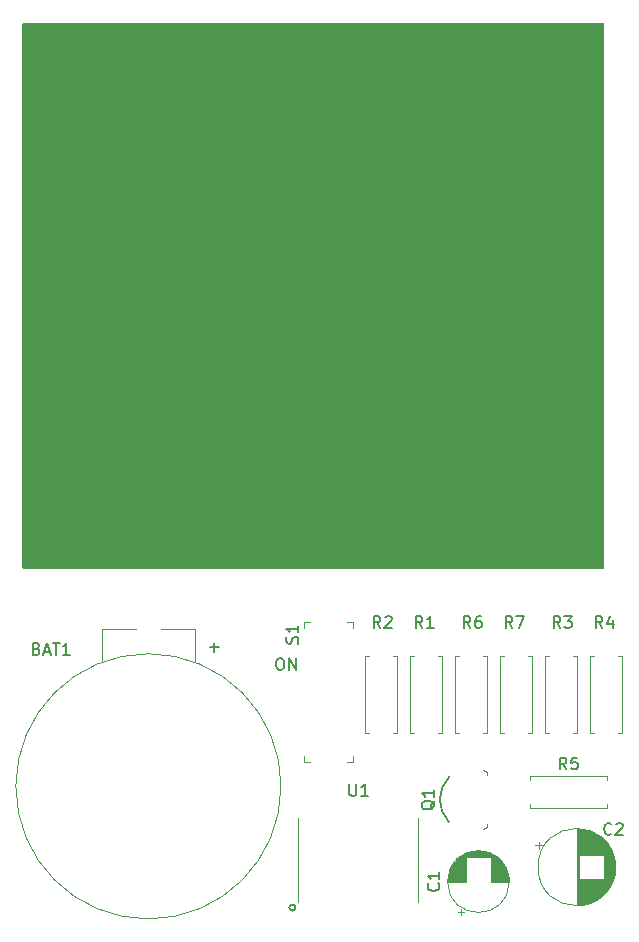
<source format=gto>
%TF.GenerationSoftware,KiCad,Pcbnew,(6.0.2-0)*%
%TF.CreationDate,2022-03-13T17:03:43-04:00*%
%TF.ProjectId,555_Badge,3535355f-4261-4646-9765-2e6b69636164,V01*%
%TF.SameCoordinates,Original*%
%TF.FileFunction,Legend,Top*%
%TF.FilePolarity,Positive*%
%FSLAX46Y46*%
G04 Gerber Fmt 4.6, Leading zero omitted, Abs format (unit mm)*
G04 Created by KiCad (PCBNEW (6.0.2-0)) date 2022-03-13 17:03:43*
%MOMM*%
%LPD*%
G01*
G04 APERTURE LIST*
%ADD10C,0.150000*%
%ADD11C,0.100000*%
%ADD12C,0.120000*%
%ADD13C,0.203200*%
G04 APERTURE END LIST*
D10*
X150764952Y-103592380D02*
X150955428Y-103592380D01*
X151050666Y-103640000D01*
X151145904Y-103735238D01*
X151193523Y-103925714D01*
X151193523Y-104259047D01*
X151145904Y-104449523D01*
X151050666Y-104544761D01*
X150955428Y-104592380D01*
X150764952Y-104592380D01*
X150669714Y-104544761D01*
X150574476Y-104449523D01*
X150526857Y-104259047D01*
X150526857Y-103925714D01*
X150574476Y-103735238D01*
X150669714Y-103640000D01*
X150764952Y-103592380D01*
X151622095Y-104592380D02*
X151622095Y-103592380D01*
X152193523Y-104592380D01*
X152193523Y-103592380D01*
X144907047Y-102687428D02*
X145668952Y-102687428D01*
X145288000Y-103068380D02*
X145288000Y-102306476D01*
%TO.C,BAT1*%
X130230714Y-102798571D02*
X130373571Y-102846190D01*
X130421190Y-102893809D01*
X130468809Y-102989047D01*
X130468809Y-103131904D01*
X130421190Y-103227142D01*
X130373571Y-103274761D01*
X130278333Y-103322380D01*
X129897380Y-103322380D01*
X129897380Y-102322380D01*
X130230714Y-102322380D01*
X130325952Y-102370000D01*
X130373571Y-102417619D01*
X130421190Y-102512857D01*
X130421190Y-102608095D01*
X130373571Y-102703333D01*
X130325952Y-102750952D01*
X130230714Y-102798571D01*
X129897380Y-102798571D01*
X130849761Y-103036666D02*
X131325952Y-103036666D01*
X130754523Y-103322380D02*
X131087857Y-102322380D01*
X131421190Y-103322380D01*
X131611666Y-102322380D02*
X132183095Y-102322380D01*
X131897380Y-103322380D02*
X131897380Y-102322380D01*
X133040238Y-103322380D02*
X132468809Y-103322380D01*
X132754523Y-103322380D02*
X132754523Y-102322380D01*
X132659285Y-102465238D01*
X132564047Y-102560476D01*
X132468809Y-102608095D01*
%TO.C,U1*%
X156718095Y-114260380D02*
X156718095Y-115069904D01*
X156765714Y-115165142D01*
X156813333Y-115212761D01*
X156908571Y-115260380D01*
X157099047Y-115260380D01*
X157194285Y-115212761D01*
X157241904Y-115165142D01*
X157289523Y-115069904D01*
X157289523Y-114260380D01*
X158289523Y-115260380D02*
X157718095Y-115260380D01*
X158003809Y-115260380D02*
X158003809Y-114260380D01*
X157908571Y-114403238D01*
X157813333Y-114498476D01*
X157718095Y-114546095D01*
%TO.C,S1*%
X152324761Y-102361904D02*
X152372380Y-102219047D01*
X152372380Y-101980952D01*
X152324761Y-101885714D01*
X152277142Y-101838095D01*
X152181904Y-101790476D01*
X152086666Y-101790476D01*
X151991428Y-101838095D01*
X151943809Y-101885714D01*
X151896190Y-101980952D01*
X151848571Y-102171428D01*
X151800952Y-102266666D01*
X151753333Y-102314285D01*
X151658095Y-102361904D01*
X151562857Y-102361904D01*
X151467619Y-102314285D01*
X151420000Y-102266666D01*
X151372380Y-102171428D01*
X151372380Y-101933333D01*
X151420000Y-101790476D01*
X152372380Y-100838095D02*
X152372380Y-101409523D01*
X152372380Y-101123809D02*
X151372380Y-101123809D01*
X151515238Y-101219047D01*
X151610476Y-101314285D01*
X151658095Y-101409523D01*
%TO.C,R7*%
X170521333Y-101036380D02*
X170188000Y-100560190D01*
X169949904Y-101036380D02*
X169949904Y-100036380D01*
X170330857Y-100036380D01*
X170426095Y-100084000D01*
X170473714Y-100131619D01*
X170521333Y-100226857D01*
X170521333Y-100369714D01*
X170473714Y-100464952D01*
X170426095Y-100512571D01*
X170330857Y-100560190D01*
X169949904Y-100560190D01*
X170854666Y-100036380D02*
X171521333Y-100036380D01*
X171092761Y-101036380D01*
%TO.C,R6*%
X166965333Y-101036380D02*
X166632000Y-100560190D01*
X166393904Y-101036380D02*
X166393904Y-100036380D01*
X166774857Y-100036380D01*
X166870095Y-100084000D01*
X166917714Y-100131619D01*
X166965333Y-100226857D01*
X166965333Y-100369714D01*
X166917714Y-100464952D01*
X166870095Y-100512571D01*
X166774857Y-100560190D01*
X166393904Y-100560190D01*
X167822476Y-100036380D02*
X167632000Y-100036380D01*
X167536761Y-100084000D01*
X167489142Y-100131619D01*
X167393904Y-100274476D01*
X167346285Y-100464952D01*
X167346285Y-100845904D01*
X167393904Y-100941142D01*
X167441523Y-100988761D01*
X167536761Y-101036380D01*
X167727238Y-101036380D01*
X167822476Y-100988761D01*
X167870095Y-100941142D01*
X167917714Y-100845904D01*
X167917714Y-100607809D01*
X167870095Y-100512571D01*
X167822476Y-100464952D01*
X167727238Y-100417333D01*
X167536761Y-100417333D01*
X167441523Y-100464952D01*
X167393904Y-100512571D01*
X167346285Y-100607809D01*
%TO.C,R5*%
X175093333Y-113017380D02*
X174760000Y-112541190D01*
X174521904Y-113017380D02*
X174521904Y-112017380D01*
X174902857Y-112017380D01*
X174998095Y-112065000D01*
X175045714Y-112112619D01*
X175093333Y-112207857D01*
X175093333Y-112350714D01*
X175045714Y-112445952D01*
X174998095Y-112493571D01*
X174902857Y-112541190D01*
X174521904Y-112541190D01*
X175998095Y-112017380D02*
X175521904Y-112017380D01*
X175474285Y-112493571D01*
X175521904Y-112445952D01*
X175617142Y-112398333D01*
X175855238Y-112398333D01*
X175950476Y-112445952D01*
X175998095Y-112493571D01*
X176045714Y-112588809D01*
X176045714Y-112826904D01*
X175998095Y-112922142D01*
X175950476Y-112969761D01*
X175855238Y-113017380D01*
X175617142Y-113017380D01*
X175521904Y-112969761D01*
X175474285Y-112922142D01*
%TO.C,R4*%
X178141333Y-101036380D02*
X177808000Y-100560190D01*
X177569904Y-101036380D02*
X177569904Y-100036380D01*
X177950857Y-100036380D01*
X178046095Y-100084000D01*
X178093714Y-100131619D01*
X178141333Y-100226857D01*
X178141333Y-100369714D01*
X178093714Y-100464952D01*
X178046095Y-100512571D01*
X177950857Y-100560190D01*
X177569904Y-100560190D01*
X178998476Y-100369714D02*
X178998476Y-101036380D01*
X178760380Y-99988761D02*
X178522285Y-100703047D01*
X179141333Y-100703047D01*
%TO.C,R3*%
X174585333Y-101036380D02*
X174252000Y-100560190D01*
X174013904Y-101036380D02*
X174013904Y-100036380D01*
X174394857Y-100036380D01*
X174490095Y-100084000D01*
X174537714Y-100131619D01*
X174585333Y-100226857D01*
X174585333Y-100369714D01*
X174537714Y-100464952D01*
X174490095Y-100512571D01*
X174394857Y-100560190D01*
X174013904Y-100560190D01*
X174918666Y-100036380D02*
X175537714Y-100036380D01*
X175204380Y-100417333D01*
X175347238Y-100417333D01*
X175442476Y-100464952D01*
X175490095Y-100512571D01*
X175537714Y-100607809D01*
X175537714Y-100845904D01*
X175490095Y-100941142D01*
X175442476Y-100988761D01*
X175347238Y-101036380D01*
X175061523Y-101036380D01*
X174966285Y-100988761D01*
X174918666Y-100941142D01*
%TO.C,R2*%
X159345333Y-101036380D02*
X159012000Y-100560190D01*
X158773904Y-101036380D02*
X158773904Y-100036380D01*
X159154857Y-100036380D01*
X159250095Y-100084000D01*
X159297714Y-100131619D01*
X159345333Y-100226857D01*
X159345333Y-100369714D01*
X159297714Y-100464952D01*
X159250095Y-100512571D01*
X159154857Y-100560190D01*
X158773904Y-100560190D01*
X159726285Y-100131619D02*
X159773904Y-100084000D01*
X159869142Y-100036380D01*
X160107238Y-100036380D01*
X160202476Y-100084000D01*
X160250095Y-100131619D01*
X160297714Y-100226857D01*
X160297714Y-100322095D01*
X160250095Y-100464952D01*
X159678666Y-101036380D01*
X160297714Y-101036380D01*
%TO.C,R1*%
X162901333Y-101036380D02*
X162568000Y-100560190D01*
X162329904Y-101036380D02*
X162329904Y-100036380D01*
X162710857Y-100036380D01*
X162806095Y-100084000D01*
X162853714Y-100131619D01*
X162901333Y-100226857D01*
X162901333Y-100369714D01*
X162853714Y-100464952D01*
X162806095Y-100512571D01*
X162710857Y-100560190D01*
X162329904Y-100560190D01*
X163853714Y-101036380D02*
X163282285Y-101036380D01*
X163568000Y-101036380D02*
X163568000Y-100036380D01*
X163472761Y-100179238D01*
X163377523Y-100274476D01*
X163282285Y-100322095D01*
%TO.C,Q1*%
X163942619Y-115665238D02*
X163895000Y-115760476D01*
X163799761Y-115855714D01*
X163656904Y-115998571D01*
X163609285Y-116093809D01*
X163609285Y-116189047D01*
X163847380Y-116141428D02*
X163799761Y-116236666D01*
X163704523Y-116331904D01*
X163514047Y-116379523D01*
X163180714Y-116379523D01*
X162990238Y-116331904D01*
X162895000Y-116236666D01*
X162847380Y-116141428D01*
X162847380Y-115950952D01*
X162895000Y-115855714D01*
X162990238Y-115760476D01*
X163180714Y-115712857D01*
X163514047Y-115712857D01*
X163704523Y-115760476D01*
X163799761Y-115855714D01*
X163847380Y-115950952D01*
X163847380Y-116141428D01*
X163847380Y-114760476D02*
X163847380Y-115331904D01*
X163847380Y-115046190D02*
X162847380Y-115046190D01*
X162990238Y-115141428D01*
X163085476Y-115236666D01*
X163133095Y-115331904D01*
%TO.C,D2*%
X161181904Y-60357380D02*
X161181904Y-59357380D01*
X161420000Y-59357380D01*
X161562857Y-59405000D01*
X161658095Y-59500238D01*
X161705714Y-59595476D01*
X161753333Y-59785952D01*
X161753333Y-59928809D01*
X161705714Y-60119285D01*
X161658095Y-60214523D01*
X161562857Y-60309761D01*
X161420000Y-60357380D01*
X161181904Y-60357380D01*
X162134285Y-59452619D02*
X162181904Y-59405000D01*
X162277142Y-59357380D01*
X162515238Y-59357380D01*
X162610476Y-59405000D01*
X162658095Y-59452619D01*
X162705714Y-59547857D01*
X162705714Y-59643095D01*
X162658095Y-59785952D01*
X162086666Y-60357380D01*
X162705714Y-60357380D01*
%TO.C,D1*%
X145311904Y-60357380D02*
X145311904Y-59357380D01*
X145550000Y-59357380D01*
X145692857Y-59405000D01*
X145788095Y-59500238D01*
X145835714Y-59595476D01*
X145883333Y-59785952D01*
X145883333Y-59928809D01*
X145835714Y-60119285D01*
X145788095Y-60214523D01*
X145692857Y-60309761D01*
X145550000Y-60357380D01*
X145311904Y-60357380D01*
X146835714Y-60357380D02*
X146264285Y-60357380D01*
X146550000Y-60357380D02*
X146550000Y-59357380D01*
X146454761Y-59500238D01*
X146359523Y-59595476D01*
X146264285Y-59643095D01*
%TO.C,C2*%
X178903333Y-118467142D02*
X178855714Y-118514761D01*
X178712857Y-118562380D01*
X178617619Y-118562380D01*
X178474761Y-118514761D01*
X178379523Y-118419523D01*
X178331904Y-118324285D01*
X178284285Y-118133809D01*
X178284285Y-117990952D01*
X178331904Y-117800476D01*
X178379523Y-117705238D01*
X178474761Y-117610000D01*
X178617619Y-117562380D01*
X178712857Y-117562380D01*
X178855714Y-117610000D01*
X178903333Y-117657619D01*
X179284285Y-117657619D02*
X179331904Y-117610000D01*
X179427142Y-117562380D01*
X179665238Y-117562380D01*
X179760476Y-117610000D01*
X179808095Y-117657619D01*
X179855714Y-117752857D01*
X179855714Y-117848095D01*
X179808095Y-117990952D01*
X179236666Y-118562380D01*
X179855714Y-118562380D01*
%TO.C,C1*%
X164247142Y-122676779D02*
X164294761Y-122724398D01*
X164342380Y-122867255D01*
X164342380Y-122962493D01*
X164294761Y-123105351D01*
X164199523Y-123200589D01*
X164104285Y-123248208D01*
X163913809Y-123295827D01*
X163770952Y-123295827D01*
X163580476Y-123248208D01*
X163485238Y-123200589D01*
X163390000Y-123105351D01*
X163342380Y-122962493D01*
X163342380Y-122867255D01*
X163390000Y-122724398D01*
X163437619Y-122676779D01*
X164342380Y-121724398D02*
X164342380Y-122295827D01*
X164342380Y-122010113D02*
X163342380Y-122010113D01*
X163485238Y-122105351D01*
X163580476Y-122200589D01*
X163628095Y-122295827D01*
D11*
%TO.C,BAT1*%
X150926800Y-114452400D02*
G75*
G03*
X150926800Y-114452400I-11226800J0D01*
G01*
X135788400Y-103886000D02*
X135788400Y-101142800D01*
X143611600Y-103886000D02*
X143611600Y-101142800D01*
X135788400Y-101142800D02*
X138633200Y-101142800D01*
X143611600Y-101142800D02*
X140766800Y-101142800D01*
D12*
%TO.C,U1*%
X162560000Y-124206000D02*
X162560000Y-117094000D01*
X152400000Y-124206000D02*
X152400000Y-117094000D01*
D13*
X152146000Y-124714000D02*
G75*
G03*
X152146000Y-124714000I-254000J0D01*
G01*
D11*
%TO.C,S1*%
X152840000Y-100513600D02*
X152840000Y-101013600D01*
X152840000Y-100513600D02*
X153340000Y-100513600D01*
X152840000Y-112413600D02*
X153340000Y-112413600D01*
X152840000Y-112413600D02*
X152840000Y-111913600D01*
X157040000Y-112413600D02*
X156540000Y-112413600D01*
X157040000Y-112413600D02*
X157040000Y-111913600D01*
X157040000Y-100513600D02*
X156540000Y-100513600D01*
X157040000Y-100513600D02*
X157040000Y-101013600D01*
D12*
%TO.C,R7*%
X172185000Y-103410000D02*
X171855000Y-103410000D01*
X169445000Y-109950000D02*
X169445000Y-103410000D01*
X172185000Y-109950000D02*
X172185000Y-103410000D01*
X171855000Y-109950000D02*
X172185000Y-109950000D01*
X169775000Y-109950000D02*
X169445000Y-109950000D01*
X169445000Y-103410000D02*
X169775000Y-103410000D01*
%TO.C,R6*%
X168375000Y-103410000D02*
X168045000Y-103410000D01*
X165635000Y-109950000D02*
X165635000Y-103410000D01*
X168375000Y-109950000D02*
X168375000Y-103410000D01*
X168045000Y-109950000D02*
X168375000Y-109950000D01*
X165965000Y-109950000D02*
X165635000Y-109950000D01*
X165635000Y-103410000D02*
X165965000Y-103410000D01*
%TO.C,R5*%
X178530000Y-116305000D02*
X178530000Y-115975000D01*
X171990000Y-113565000D02*
X178530000Y-113565000D01*
X171990000Y-116305000D02*
X178530000Y-116305000D01*
X171990000Y-115975000D02*
X171990000Y-116305000D01*
X171990000Y-113895000D02*
X171990000Y-113565000D01*
X178530000Y-113565000D02*
X178530000Y-113895000D01*
%TO.C,R4*%
X179805000Y-109950000D02*
X179475000Y-109950000D01*
X179475000Y-103410000D02*
X179805000Y-103410000D01*
X177395000Y-103410000D02*
X177065000Y-103410000D01*
X177065000Y-103410000D02*
X177065000Y-109950000D01*
X179805000Y-103410000D02*
X179805000Y-109950000D01*
X177065000Y-109950000D02*
X177395000Y-109950000D01*
%TO.C,R3*%
X173255000Y-103410000D02*
X173585000Y-103410000D01*
X173585000Y-109950000D02*
X173255000Y-109950000D01*
X175665000Y-109950000D02*
X175995000Y-109950000D01*
X175995000Y-109950000D02*
X175995000Y-103410000D01*
X173255000Y-109950000D02*
X173255000Y-103410000D01*
X175995000Y-103410000D02*
X175665000Y-103410000D01*
%TO.C,R2*%
X160755000Y-109950000D02*
X160425000Y-109950000D01*
X160425000Y-103410000D02*
X160755000Y-103410000D01*
X158345000Y-103410000D02*
X158015000Y-103410000D01*
X158015000Y-103410000D02*
X158015000Y-109950000D01*
X160755000Y-103410000D02*
X160755000Y-109950000D01*
X158015000Y-109950000D02*
X158345000Y-109950000D01*
%TO.C,R1*%
X161825000Y-109950000D02*
X162155000Y-109950000D01*
X164565000Y-103410000D02*
X164565000Y-109950000D01*
X161825000Y-103410000D02*
X161825000Y-109950000D01*
X162155000Y-103410000D02*
X161825000Y-103410000D01*
X164235000Y-103410000D02*
X164565000Y-103410000D01*
X164565000Y-109950000D02*
X164235000Y-109950000D01*
D11*
%TO.C,Q1*%
X168345000Y-117920000D02*
X168045000Y-118070000D01*
X168345000Y-117620000D02*
X168345000Y-117920000D01*
X168345000Y-113220000D02*
X168345000Y-113520000D01*
X168345000Y-113220000D02*
X168045000Y-113070000D01*
D10*
X165195000Y-113620000D02*
G75*
G03*
X165145000Y-117470000I1900000J-1950000D01*
G01*
D12*
%TO.C,D2*%
X160360000Y-61629000D02*
X160360000Y-61785000D01*
X160360000Y-63945000D02*
X160360000Y-64101000D01*
X162961130Y-61785163D02*
G75*
G03*
X160879039Y-61785000I-1041130J-1079837D01*
G01*
X160360000Y-64100516D02*
G75*
G03*
X163592335Y-63943608I1560000J1235517D01*
G01*
X160879039Y-63945000D02*
G75*
G03*
X162961130Y-63944837I1040961J1080000D01*
G01*
X163592335Y-61786392D02*
G75*
G03*
X160360000Y-61629484I-1672335J-1078609D01*
G01*
%TO.C,D1*%
X144490000Y-61629000D02*
X144490000Y-61785000D01*
X144490000Y-63945000D02*
X144490000Y-64101000D01*
X147091130Y-61785163D02*
G75*
G03*
X145009039Y-61785000I-1041130J-1079837D01*
G01*
X144490000Y-64100516D02*
G75*
G03*
X147722335Y-63943608I1560000J1235517D01*
G01*
X145009039Y-63945000D02*
G75*
G03*
X147091130Y-63944837I1040961J1080000D01*
G01*
X147722335Y-61786392D02*
G75*
G03*
X144490000Y-61629484I-1672335J-1078609D01*
G01*
%TO.C,C2*%
X179232621Y-121285000D02*
G75*
G03*
X179232621Y-121285000I-3270000J0D01*
G01*
X176162621Y-118061000D02*
X176162621Y-124509000D01*
X177723621Y-118569000D02*
X177723621Y-120245000D01*
X178083621Y-122325000D02*
X178083621Y-123735000D01*
X176642621Y-122325000D02*
X176642621Y-124444000D01*
X177363621Y-118369000D02*
X177363621Y-120245000D01*
X176442621Y-118090000D02*
X176442621Y-120245000D01*
X177163621Y-122325000D02*
X177163621Y-124287000D01*
X177163621Y-118283000D02*
X177163621Y-120245000D01*
X176322621Y-118074000D02*
X176322621Y-120245000D01*
X177003621Y-118224000D02*
X177003621Y-120245000D01*
X176963621Y-118211000D02*
X176963621Y-120245000D01*
X177203621Y-118299000D02*
X177203621Y-120245000D01*
X178003621Y-118769000D02*
X178003621Y-120245000D01*
X176362621Y-118079000D02*
X176362621Y-120245000D01*
X177803621Y-122325000D02*
X177803621Y-123949000D01*
X177443621Y-118409000D02*
X177443621Y-120245000D01*
X176322621Y-122325000D02*
X176322621Y-124496000D01*
X177963621Y-118737000D02*
X177963621Y-120245000D01*
X177763621Y-122325000D02*
X177763621Y-123975000D01*
X178043621Y-122325000D02*
X178043621Y-123769000D01*
X176122621Y-118058000D02*
X176122621Y-124512000D01*
X177323621Y-122325000D02*
X177323621Y-124219000D01*
X176602621Y-118118000D02*
X176602621Y-120245000D01*
X177683621Y-118543000D02*
X177683621Y-120245000D01*
X178163621Y-122325000D02*
X178163621Y-123665000D01*
X176362621Y-122325000D02*
X176362621Y-124491000D01*
X178963621Y-120023000D02*
X178963621Y-122547000D01*
X178563621Y-119341000D02*
X178563621Y-123229000D01*
X178363621Y-119103000D02*
X178363621Y-123467000D01*
X177043621Y-122325000D02*
X177043621Y-124332000D01*
X178003621Y-122325000D02*
X178003621Y-123801000D01*
X177843621Y-118649000D02*
X177843621Y-120245000D01*
X179003621Y-120120000D02*
X179003621Y-122450000D01*
X176883621Y-122325000D02*
X176883621Y-124383000D01*
X176923621Y-118199000D02*
X176923621Y-120245000D01*
X176202621Y-122325000D02*
X176202621Y-124507000D01*
X177923621Y-118707000D02*
X177923621Y-120245000D01*
X177403621Y-122325000D02*
X177403621Y-124181000D01*
X178283621Y-119020000D02*
X178283621Y-123550000D01*
X178083621Y-118835000D02*
X178083621Y-120245000D01*
X176242621Y-118067000D02*
X176242621Y-120245000D01*
X176723621Y-118144000D02*
X176723621Y-120245000D01*
X177083621Y-122325000D02*
X177083621Y-124318000D01*
X176803621Y-118164000D02*
X176803621Y-120245000D01*
X177643621Y-118519000D02*
X177643621Y-120245000D01*
X176803621Y-122325000D02*
X176803621Y-124406000D01*
X175962621Y-118055000D02*
X175962621Y-124515000D01*
X176883621Y-118187000D02*
X176883621Y-120245000D01*
X176642621Y-118126000D02*
X176642621Y-120245000D01*
X176482621Y-118096000D02*
X176482621Y-120245000D01*
X177003621Y-122325000D02*
X177003621Y-124346000D01*
X177403621Y-118389000D02*
X177403621Y-120245000D01*
X176402621Y-122325000D02*
X176402621Y-124486000D01*
X179083621Y-120345000D02*
X179083621Y-122225000D01*
X179043621Y-120226000D02*
X179043621Y-122344000D01*
X176562621Y-118110000D02*
X176562621Y-120245000D01*
X178803621Y-119704000D02*
X178803621Y-122866000D01*
X178163621Y-118905000D02*
X178163621Y-120245000D01*
X178723621Y-119571000D02*
X178723621Y-122999000D01*
X177523621Y-122325000D02*
X177523621Y-124119000D01*
X172777380Y-119131000D02*
X172777380Y-119761000D01*
X176683621Y-122325000D02*
X176683621Y-124435000D01*
X177083621Y-118252000D02*
X177083621Y-120245000D01*
X178123621Y-122325000D02*
X178123621Y-123701000D01*
X177883621Y-122325000D02*
X177883621Y-123892000D01*
X176843621Y-118175000D02*
X176843621Y-120245000D01*
X176442621Y-122325000D02*
X176442621Y-124480000D01*
X177483621Y-122325000D02*
X177483621Y-124141000D01*
X177123621Y-118267000D02*
X177123621Y-120245000D01*
X178203621Y-122325000D02*
X178203621Y-123628000D01*
X177323621Y-118351000D02*
X177323621Y-120245000D01*
X176683621Y-118135000D02*
X176683621Y-120245000D01*
X178923621Y-119935000D02*
X178923621Y-122635000D01*
X176923621Y-122325000D02*
X176923621Y-124371000D01*
X178203621Y-118942000D02*
X178203621Y-120245000D01*
X177283621Y-122325000D02*
X177283621Y-124237000D01*
X178443621Y-119193000D02*
X178443621Y-123377000D01*
X178483621Y-119241000D02*
X178483621Y-123329000D01*
X177363621Y-122325000D02*
X177363621Y-124201000D01*
X177243621Y-122325000D02*
X177243621Y-124255000D01*
X176723621Y-122325000D02*
X176723621Y-124426000D01*
X177883621Y-118678000D02*
X177883621Y-120245000D01*
X178403621Y-119148000D02*
X178403621Y-123422000D01*
X177643621Y-122325000D02*
X177643621Y-124051000D01*
X177283621Y-118333000D02*
X177283621Y-120245000D01*
X177603621Y-118495000D02*
X177603621Y-120245000D01*
X176282621Y-118070000D02*
X176282621Y-120245000D01*
X177243621Y-118315000D02*
X177243621Y-120245000D01*
X176282621Y-122325000D02*
X176282621Y-124500000D01*
X177923621Y-122325000D02*
X177923621Y-123863000D01*
X178243621Y-122325000D02*
X178243621Y-123590000D01*
X179163621Y-120652000D02*
X179163621Y-121918000D01*
X177843621Y-122325000D02*
X177843621Y-123921000D01*
X178683621Y-119509000D02*
X178683621Y-123061000D01*
X177763621Y-118595000D02*
X177763621Y-120245000D01*
X178123621Y-118869000D02*
X178123621Y-120245000D01*
X176202621Y-118063000D02*
X176202621Y-120245000D01*
X176763621Y-122325000D02*
X176763621Y-124416000D01*
X177523621Y-118451000D02*
X177523621Y-120245000D01*
X176402621Y-118084000D02*
X176402621Y-120245000D01*
X178883621Y-119853000D02*
X178883621Y-122717000D01*
X177803621Y-118621000D02*
X177803621Y-120245000D01*
X176242621Y-122325000D02*
X176242621Y-124503000D01*
X176562621Y-122325000D02*
X176562621Y-124460000D01*
X178763621Y-119635000D02*
X178763621Y-122935000D01*
X178043621Y-118801000D02*
X178043621Y-120245000D01*
X177123621Y-122325000D02*
X177123621Y-124303000D01*
X178323621Y-119061000D02*
X178323621Y-123509000D01*
X178843621Y-119776000D02*
X178843621Y-122794000D01*
X176482621Y-122325000D02*
X176482621Y-124474000D01*
X177723621Y-122325000D02*
X177723621Y-124001000D01*
X177563621Y-118473000D02*
X177563621Y-120245000D01*
X177203621Y-122325000D02*
X177203621Y-124271000D01*
X176602621Y-122325000D02*
X176602621Y-124452000D01*
X179203621Y-120883000D02*
X179203621Y-121687000D01*
X177683621Y-122325000D02*
X177683621Y-124027000D01*
X172462380Y-119446000D02*
X173092380Y-119446000D01*
X177603621Y-122325000D02*
X177603621Y-124075000D01*
X176082621Y-118057000D02*
X176082621Y-124513000D01*
X179123621Y-120483000D02*
X179123621Y-122087000D01*
X176522621Y-118103000D02*
X176522621Y-120245000D01*
X178243621Y-118980000D02*
X178243621Y-120245000D01*
X177483621Y-118429000D02*
X177483621Y-120245000D01*
X177563621Y-122325000D02*
X177563621Y-124097000D01*
X176522621Y-122325000D02*
X176522621Y-124467000D01*
X178523621Y-119290000D02*
X178523621Y-123280000D01*
X178643621Y-119451000D02*
X178643621Y-123119000D01*
X176002621Y-118055000D02*
X176002621Y-124515000D01*
X176963621Y-122325000D02*
X176963621Y-124359000D01*
X176843621Y-122325000D02*
X176843621Y-124395000D01*
X176042621Y-118055000D02*
X176042621Y-124515000D01*
X176763621Y-118154000D02*
X176763621Y-120245000D01*
X178603621Y-119395000D02*
X178603621Y-123175000D01*
X177043621Y-118238000D02*
X177043621Y-120245000D01*
X177443621Y-122325000D02*
X177443621Y-124161000D01*
X177963621Y-122325000D02*
X177963621Y-123833000D01*
%TO.C,C1*%
X168680000Y-120509113D02*
X169293000Y-120509113D01*
X168680000Y-121189113D02*
X169864000Y-121189113D01*
X168680000Y-122310113D02*
X170213000Y-122310113D01*
X165372000Y-121269113D02*
X166600000Y-121269113D01*
X165311000Y-121389113D02*
X166600000Y-121389113D01*
X165330000Y-121349113D02*
X166600000Y-121349113D01*
X165669000Y-120829113D02*
X166600000Y-120829113D01*
X168680000Y-120549113D02*
X169339000Y-120549113D01*
X168680000Y-120869113D02*
X169644000Y-120869113D01*
X165064000Y-122350113D02*
X166600000Y-122350113D01*
X165575000Y-120949113D02*
X166600000Y-120949113D01*
X168680000Y-122470113D02*
X170220000Y-122470113D01*
X168680000Y-121789113D02*
X170120000Y-121789113D01*
X165212000Y-121629113D02*
X166600000Y-121629113D01*
X165226000Y-121589113D02*
X166600000Y-121589113D01*
X165739000Y-120749113D02*
X166600000Y-120749113D01*
X165129000Y-121910113D02*
X166600000Y-121910113D01*
X168680000Y-122270113D02*
X170209000Y-122270113D01*
X168680000Y-121669113D02*
X170082000Y-121669113D01*
X168680000Y-121950113D02*
X170160000Y-121950113D01*
X168680000Y-121229113D02*
X169887000Y-121229113D01*
X168680000Y-121109113D02*
X169815000Y-121109113D01*
X168680000Y-122390113D02*
X170218000Y-122390113D01*
X165112000Y-121990113D02*
X166600000Y-121990113D01*
X165491000Y-121069113D02*
X166600000Y-121069113D01*
X165814000Y-120669113D02*
X166600000Y-120669113D01*
X165987000Y-120509113D02*
X166600000Y-120509113D01*
X168680000Y-121469113D02*
X170005000Y-121469113D01*
X165060000Y-122510113D02*
X166600000Y-122510113D01*
X165079000Y-122190113D02*
X166600000Y-122190113D01*
X165275000Y-121469113D02*
X166600000Y-121469113D01*
X165104000Y-122030113D02*
X166600000Y-122030113D01*
X166835000Y-120029113D02*
X168445000Y-120029113D01*
X166389000Y-120229113D02*
X168891000Y-120229113D01*
X166140000Y-120389113D02*
X169140000Y-120389113D01*
X168680000Y-122150113D02*
X170196000Y-122150113D01*
X168680000Y-121429113D02*
X169988000Y-121429113D01*
X166963000Y-119989113D02*
X168317000Y-119989113D01*
X168680000Y-120949113D02*
X169705000Y-120949113D01*
X168680000Y-120989113D02*
X169735000Y-120989113D01*
X165172000Y-121749113D02*
X166600000Y-121749113D01*
X168680000Y-121509113D02*
X170022000Y-121509113D01*
X168680000Y-121629113D02*
X170068000Y-121629113D01*
X165292000Y-121429113D02*
X166600000Y-121429113D01*
X168680000Y-121269113D02*
X169908000Y-121269113D01*
X165855000Y-120629113D02*
X166600000Y-120629113D01*
X165545000Y-120989113D02*
X166600000Y-120989113D01*
X168680000Y-122190113D02*
X170201000Y-122190113D01*
X168680000Y-121589113D02*
X170054000Y-121589113D01*
X168680000Y-121549113D02*
X170038000Y-121549113D01*
X168680000Y-122350113D02*
X170216000Y-122350113D01*
X165258000Y-121509113D02*
X166600000Y-121509113D01*
X165149000Y-121830113D02*
X166600000Y-121830113D01*
X166629000Y-120109113D02*
X168651000Y-120109113D01*
X166086000Y-120429113D02*
X169194000Y-120429113D01*
X166725000Y-120069113D02*
X168555000Y-120069113D01*
X166165000Y-125314888D02*
X166165000Y-124814888D01*
X168680000Y-122510113D02*
X170220000Y-122510113D01*
X165185000Y-121709113D02*
X166600000Y-121709113D01*
X165518000Y-121029113D02*
X166600000Y-121029113D01*
X168680000Y-121309113D02*
X169930000Y-121309113D01*
X165440000Y-121149113D02*
X166600000Y-121149113D01*
X165776000Y-120709113D02*
X166600000Y-120709113D01*
X168680000Y-120589113D02*
X169383000Y-120589113D01*
X166542000Y-120149113D02*
X168738000Y-120149113D01*
X165062000Y-122390113D02*
X166600000Y-122390113D01*
X165075000Y-122230113D02*
X166600000Y-122230113D01*
X165061000Y-122430113D02*
X166600000Y-122430113D01*
X165067000Y-122310113D02*
X166600000Y-122310113D01*
X168680000Y-120709113D02*
X169504000Y-120709113D01*
X168680000Y-121389113D02*
X169969000Y-121389113D01*
X167122000Y-119949113D02*
X168158000Y-119949113D01*
X167356000Y-119909113D02*
X167924000Y-119909113D01*
X168680000Y-121910113D02*
X170151000Y-121910113D01*
X168680000Y-120789113D02*
X169577000Y-120789113D01*
X168680000Y-121349113D02*
X169950000Y-121349113D01*
X168680000Y-122110113D02*
X170190000Y-122110113D01*
X166321000Y-120269113D02*
X168959000Y-120269113D01*
X166257000Y-120309113D02*
X169023000Y-120309113D01*
X165242000Y-121549113D02*
X166600000Y-121549113D01*
X165393000Y-121229113D02*
X166600000Y-121229113D01*
X166462000Y-120189113D02*
X168818000Y-120189113D01*
X168680000Y-121149113D02*
X169840000Y-121149113D01*
X165897000Y-120589113D02*
X166600000Y-120589113D01*
X165605000Y-120909113D02*
X166600000Y-120909113D01*
X166035000Y-120469113D02*
X169245000Y-120469113D01*
X168680000Y-121029113D02*
X169762000Y-121029113D01*
X168680000Y-121749113D02*
X170108000Y-121749113D01*
X168680000Y-121990113D02*
X170168000Y-121990113D01*
X165198000Y-121669113D02*
X166600000Y-121669113D01*
X165084000Y-122150113D02*
X166600000Y-122150113D01*
X168680000Y-122070113D02*
X170183000Y-122070113D01*
X166197000Y-120349113D02*
X169083000Y-120349113D01*
X168680000Y-120669113D02*
X169466000Y-120669113D01*
X168680000Y-121709113D02*
X170095000Y-121709113D01*
X168680000Y-122230113D02*
X170205000Y-122230113D01*
X168680000Y-122430113D02*
X170219000Y-122430113D01*
X168680000Y-121830113D02*
X170131000Y-121830113D01*
X168680000Y-120629113D02*
X169425000Y-120629113D01*
X165160000Y-121789113D02*
X166600000Y-121789113D01*
X165636000Y-120869113D02*
X166600000Y-120869113D01*
X168680000Y-121069113D02*
X169789000Y-121069113D01*
X165465000Y-121109113D02*
X166600000Y-121109113D01*
X165350000Y-121309113D02*
X166600000Y-121309113D01*
X165071000Y-122270113D02*
X166600000Y-122270113D01*
X165703000Y-120789113D02*
X166600000Y-120789113D01*
X165097000Y-122070113D02*
X166600000Y-122070113D01*
X168680000Y-121870113D02*
X170141000Y-121870113D01*
X165416000Y-121189113D02*
X166600000Y-121189113D01*
X165915000Y-125064888D02*
X166415000Y-125064888D01*
X165090000Y-122110113D02*
X166600000Y-122110113D01*
X168680000Y-120829113D02*
X169611000Y-120829113D01*
X168680000Y-122030113D02*
X170176000Y-122030113D01*
X165120000Y-121950113D02*
X166600000Y-121950113D01*
X168680000Y-120909113D02*
X169675000Y-120909113D01*
X168680000Y-120749113D02*
X169541000Y-120749113D01*
X165060000Y-122470113D02*
X166600000Y-122470113D01*
X165139000Y-121870113D02*
X166600000Y-121870113D01*
X165941000Y-120549113D02*
X166600000Y-120549113D01*
X170260000Y-122510113D02*
G75*
G03*
X170260000Y-122510113I-2620000J0D01*
G01*
%TD*%
G36*
X178250121Y-49804002D02*
G01*
X178296614Y-49857658D01*
X178308000Y-49910000D01*
X178308000Y-95886000D01*
X178287998Y-95954121D01*
X178234342Y-96000614D01*
X178182000Y-96012000D01*
X129158000Y-96012000D01*
X129089879Y-95991998D01*
X129043386Y-95938342D01*
X129032000Y-95886000D01*
X129032000Y-49910000D01*
X129052002Y-49841879D01*
X129105658Y-49795386D01*
X129158000Y-49784000D01*
X178182000Y-49784000D01*
X178250121Y-49804002D01*
G37*
M02*

</source>
